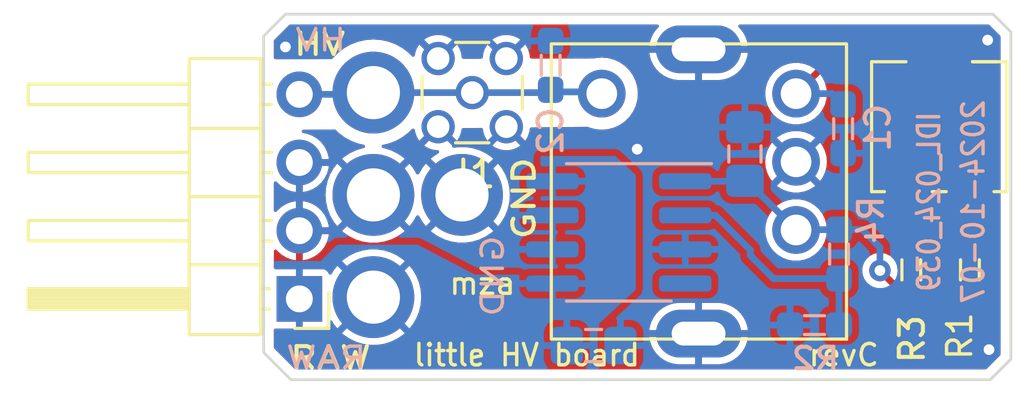
<source format=kicad_pcb>
(kicad_pcb (version 20240108) (generator "pcbnew") (generator_version "8.0")
  (layers (0 "F.Cu" signal) (31 "B.Cu" signal) (34 "B.Paste" user) (35 "F.Paste" user) (36 "B.SilkS" user "B.Silkscreen") (37 "F.SilkS" user "F.Silkscreen") (38 "B.Mask" user) (39 "F.Mask" user) (44 "Edge.Cuts" user))
  (net 0 "")
  (net 1 "Net-(R1-Pad1)")
  (net 2 "Net-(R3-Pad2)")
  (net 3 "GND")
  (net 4 "/HV")
  (net 5 "+REG")
  (net 6 "+RAW")
  (net 7 "Net-(U1-adj)")
  (net 9 "Net-(reg1-SENSE{slash}adj)")
  (footprint "kicad-mza:TestPoint_16AWG" (layer "F.Cu") (at 210.185 142.875 180)
    (property "Reference" "TP2" (hide yes))
    (property "Value" "GND" (at -2.3114 -0.127 -90) (layer "F.SilkS") (effects (font (size 0.8 1))))
    (pad "1" thru_hole circle (at 0 0 180) (size 3.048 3.048) (drill 1.9812) (layers "*.Cu" "*.Mask") (net 3 "GND"))
  )
  (footprint "Potentiometer_SMD:Potentiometer_Bourns_3224G_Horizontal" (layer "F.Cu") (at 227.965 140.335 -90)
    (property "Reference" "Radj2" (hide yes))
    (property "Value" "1k")
    (fp_line (start -2.42 2.52) (end 2.42 2.52) (stroke (width 0.12)) (layer "F.SilkS"))
    (fp_line (start 2.42 2.04) (end 2.42 2.52) (stroke (width 0.12)) (layer "F.SilkS"))
    (fp_line (start -2.42 1.24) (end -2.42 2.52) (stroke (width 0.12)) (layer "F.SilkS"))
    (fp_line (start 2.42 -0.26) (end 2.42 0.26) (stroke (width 0.12)) (layer "F.SilkS"))
    (fp_line (start -2.42 -2.14) (end -2.42 -1.24) (stroke (width 0.12)) (layer "F.SilkS"))
    (fp_line (start -2.42 -2.14) (end -2.42 -1.24) (stroke (width 0.12)) (layer "F.SilkS"))
    (fp_line (start -2.42 -2.14) (end -2.42 -2.14) (stroke (width 0.12)) (layer "F.SilkS"))
    (fp_line (start -2.42 -2.52) (end -2.42 -1.24) (stroke (width 0.12)) (layer "F.SilkS"))
    (fp_line (start -2.42 -2.52) (end 2.42 -2.52) (stroke (width 0.12)) (layer "F.SilkS"))
    (fp_line (start 2.42 -2.52) (end 2.42 -2.04) (stroke (width 0.12)) (layer "F.SilkS"))
    (pad "1" smd rect (at 2.6 -1.15 270) (size 1.3 1.3) (layers "F.Cu" "F.Paste" "F.Mask") (net 1 "Net-(R1-Pad1)"))
    (pad "2" smd rect (at -2.6 0 270) (size 1.3 2) (layers "F.Cu" "F.Paste" "F.Mask") (net 7 "Net-(U1-adj)"))
    (pad "3" smd rect (at 2.6 1.15 270) (size 1.3 1.3) (layers "F.Cu" "F.Paste" "F.Mask") (net 2 "Net-(R3-Pad2)"))
  )
  (footprint "kicad-mza:TestPoint_16AWG" (layer "F.Cu") (at 206.883 139.065 180)
    (property "Reference" "TP4" (hide yes))
    (property "Value" "HV" (at 2.0066 1.8034 180) (layer "F.SilkS") (effects (font (size 0.8 1))))
    (pad "1" thru_hole circle (at 0 0 180) (size 3.048 3.048) (drill 1.9812) (layers "*.Cu" "*.Mask") (net 4 "/HV"))
  )
  (footprint "kicad-mza:0603" (layer "F.Cu") (at 229.108 145.669 -90)
    (property "Reference" "R1" (at 3.429 0.381 90) (layer "F.SilkS") (effects (font (size 0.9 0.9) (thickness 0.127)) (justify left)))
    (property "Value" "14k")
    (fp_line (start -0.375 0.35) (end 0.375 0.35) (stroke (width 0.12)) (layer "F.SilkS"))
    (fp_line (start -0.375 -0.35) (end 0.375 -0.35) (stroke (width 0.12)) (layer "F.SilkS"))
    (pad "1" smd roundrect (at -0.9125 0 270) (size 0.975 0.95) (layers "F.Cu" "F.Paste" "F.Mask") (net 1 "Net-(R1-Pad1)"))
    (pad "2" smd roundrect (at 0.9125 0 270) (size 0.975 0.95) (layers "F.Cu" "F.Paste" "F.Mask") (net 3 "GND"))
  )
  (footprint "kicad-mza:MMCX_Molex_73415-1471_Vertical" (layer "F.Cu") (at 210.566 139.065 180)
    (property "Reference" "J1" (at 0 -3.0368 0) (layer "F.SilkS"))
    (property "Value" "Conn_Coaxial" (hide yes))
    (fp_line (start 1.87 0.62) (end 1.87 -0.62) (stroke (width 0.12)) (layer "F.SilkS"))
    (fp_line (start 0.62 1.87) (end -0.62 1.87) (stroke (width 0.12)) (layer "F.SilkS"))
    (fp_line (start 0.62 -1.87) (end -0.62 -1.87) (stroke (width 0.12)) (layer "F.SilkS"))
    (fp_line (start -1.87 0.62) (end -1.87 -0.62) (stroke (width 0.12)) (layer "F.SilkS"))
    (pad "1" thru_hole circle (at 0 0 180) (size 1.24 1.24) (drill 0.84) (layers "*.Cu" "*.Mask") (net 4 "/HV"))
    (pad "2" thru_hole circle (at -1.27 -1.27 180) (size 1.24 1.24) (drill 0.84) (layers "*.Cu" "*.Mask") (net 3 "GND"))
    (pad "2" thru_hole circle (at -1.27 1.27 180) (size 1.24 1.24) (drill 0.84) (layers "*.Cu" "*.Mask") (net 3 "GND"))
    (pad "2" thru_hole circle (at 1.27 -1.27 180) (size 1.24 1.24) (drill 0.84) (layers "*.Cu" "*.Mask") (net 3 "GND"))
    (pad "2" thru_hole circle (at 1.27 1.27 180) (size 1.24 1.24) (drill 0.84) (layers "*.Cu" "*.Mask") (net 3 "GND"))
  )
  (footprint "kicad-mza:PinHeader_1x04_P2.54mm_Horizontal" (layer "F.Cu") (at 204.125 146.75 180)
    (property "Reference" "inout1" (hide yes))
    (property "Value" "Conn_01x04_Male")
    (fp_line (start 10.1 8) (end 4.1 8) (stroke (width 0.12)) (layer "F.SilkS"))
    (fp_line (start 10.1 7.24) (end 10.1 8) (stroke (width 0.12)) (layer "F.SilkS"))
    (fp_line (start 10.1 5.46) (end 4.1 5.46) (stroke (width 0.12)) (layer "F.SilkS"))
    (fp_line (start 10.1 4.7) (end 10.1 5.46) (stroke (width 0.12)) (layer "F.SilkS"))
    (fp_line (start 10.1 2.92) (end 4.1 2.92) (stroke (width 0.12)) (layer "F.SilkS"))
    (fp_line (start 10.1 2.16) (end 10.1 2.92) (stroke (width 0.12)) (layer "F.SilkS"))
    (fp_line (start 10.1 0.38) (end 4.1 0.38) (stroke (width 0.12)) (layer "F.SilkS"))
    (fp_line (start 10.1 -0.38) (end 10.1 0.38) (stroke (width 0.12)) (layer "F.SilkS"))
    (fp_line (start 4.1 8.95) (end 4.1 -1.33) (stroke (width 0.12)) (layer "F.SilkS"))
    (fp_line (start 4.1 7.24) (end 10.1 7.24) (stroke (width 0.12)) (layer "F.SilkS"))
    (fp_line (start 4.1 4.7) (end 10.1 4.7) (stroke (width 0.12)) (layer "F.SilkS"))
    (fp_line (start 4.1 2.16) (end 10.1 2.16) (stroke (width 0.12)) (layer "F.SilkS"))
    (fp_line (start 4.1 0.28) (end 10.1 0.28) (stroke (width 0.12)) (layer "F.SilkS"))
    (fp_line (start 4.1 0.16) (end 10.1 0.16) (stroke (width 0.12)) (layer "F.SilkS"))
    (fp_line (start 4.1 0.04) (end 10.1 0.04) (stroke (width 0.12)) (layer "F.SilkS"))
    (fp_line (start 4.1 -0.08) (end 10.1 -0.08) (stroke (width 0.12)) (layer "F.SilkS"))
    (fp_line (start 4.1 -0.2) (end 10.1 -0.2) (stroke (width 0.12)) (layer "F.SilkS"))
    (fp_line (start 4.1 -0.32) (end 10.1 -0.32) (stroke (width 0.12)) (layer "F.SilkS"))
    (fp_line (start 4.1 -0.38) (end 10.1 -0.38) (stroke (width 0.12)) (layer "F.SilkS"))
    (fp_line (start 4.1 -1.33) (end 1.44 -1.33) (stroke (width 0.12)) (layer "F.SilkS"))
    (fp_line (start 1.44 8.95) (end 4.1 8.95) (stroke (width 0.12)) (layer "F.SilkS"))
    (fp_line (start 1.44 6.35) (end 4.1 6.35) (stroke (width 0.12)) (layer "F.SilkS"))
    (fp_line (start 1.44 3.81) (end 4.1 3.81) (stroke (width 0.12)) (layer "F.SilkS"))
    (fp_line (start 1.44 1.27) (end 4.1 1.27) (stroke (width 0.12)) (layer "F.SilkS"))
    (fp_line (start 1.44 -1.33) (end 1.44 8.95) (stroke (width 0.12)) (layer "F.SilkS"))
    (fp_line (start 1.11 0.38) (end 1.44 0.38) (stroke (width 0.12)) (layer "F.SilkS"))
    (fp_line (start 1.11 -0.38) (end 1.44 -0.38) (stroke (width 0.12)) (layer "F.SilkS"))
    (fp_line (start 1.042929 8) (end 1.44 8) (stroke (width 0.12)) (layer "F.SilkS"))
    (fp_line (start 1.042929 7.24) (end 1.44 7.24) (stroke (width 0.12)) (layer "F.SilkS"))
    (fp_line (start 1.042929 5.46) (end 1.44 5.46) (stroke (width 0.12)) (layer "F.SilkS"))
    (fp_line (start 1.042929 4.7) (end 1.44 4.7) (stroke (width 0.12)) (layer "F.SilkS"))
    (fp_line (start 1.042929 2.92) (end 1.44 2.92) (stroke (width 0.12)) (layer "F.SilkS"))
    (fp_line (start 1.042929 2.16) (end 1.44 2.16) (stroke (width 0.12)) (layer "F.SilkS"))
    (fp_line (start -1.1 0.235) (end -1.1 -1.035) (stroke (width 0.12)) (layer "F.SilkS"))
    (fp_line (start -1.1 -1.1) (end 0.17 -1.1) (stroke (width 0.12)) (layer "F.SilkS"))
    (pad "1" thru_hole rect (at 0 0 180) (size 1.7 1.7) (drill 1) (layers "*.Cu" "*.Mask") (net 6 "+RAW"))
    (pad "2" thru_hole oval (at 0 2.54 180) (size 1.7 1.7) (drill 1) (layers "*.Cu" "*.Mask") (net 3 "GND"))
    (pad "3" thru_hole oval (at 0 5.08 180) (size 1.7 1.7) (drill 1) (layers "*.Cu" "*.Mask") (net 3 "GND"))
    (pad "4" thru_hole oval (at 0 7.62 180) (size 1.7 1.7) (drill 1) (layers "*.Cu" "*.Mask") (net 4 "/HV"))
  )
  (footprint "kicad-mza:TestPoint_16AWG" (layer "F.Cu") (at 206.883 146.685 180)
    (property "Reference" "TP1" (hide yes))
    (property "Value" "RAW" (at 1.6002 -2.2606 180) (layer "F.SilkS") (effects (font (size 0.8 1))))
    (pad "1" thru_hole circle (at 0 0 180) (size 3.048 3.048) (drill 1.9812) (layers "*.Cu" "*.Mask") (net 6 "+RAW"))
  )
  (footprint "kicad-mza:ultravolt-xs" (layer "F.Cu") (at 222.631 144.1831 180)
    (property "Reference" "U1" (hide yes))
    (property "Value" "ultravolt-xs" (hide yes))
    (fp_rect (start -1.8796 -4.064) (end 9.1186 6.9342) (stroke (width 0.12)) (fill none) (layer "F.SilkS"))
    (pad "1" thru_hole circle (at 0 0 180) (size 1.778 1.778) (drill 1.143) (layers "*.Cu" "*.Mask") (net 5 "+REG"))
    (pad "2" thru_hole circle (at 0 2.54 180) (size 1.778 1.778) (drill 1.143) (layers "*.Cu" "*.Mask") (net 3 "GND"))
    (pad "3" thru_hole circle (at 0 5.08 180) (size 1.778 1.778) (drill 1.143) (layers "*.Cu" "*.Mask") (net 7 "Net-(U1-adj)"))
    (pad "4" thru_hole circle (at 7.239 5.08 180) (size 1.778 1.778) (drill 1.143) (layers "*.Cu" "*.Mask") (net 4 "/HV"))
    (pad "5" thru_hole oval (at 3.6322 -3.8608 180) (size 3.175 1.778) (drill oval 2.0066 0.889) (layers "*.Cu" "*.Mask") (net 3 "GND"))
    (pad "6" thru_hole oval (at 3.6322 6.731 180) (size 3.175 1.778) (drill oval 2.0066 0.889) (layers "*.Cu" "*.Mask") (net 3 "GND"))
  )
  (footprint "kicad-mza:TestPoint_16AWG" (layer "F.Cu") (at 206.883 142.875 180)
    (property "Reference" "TP3" (hide yes))
    (property "Value" "GND")
    (pad "1" thru_hole circle (at 0 0 180) (size 3.048 3.048) (drill 1.9812) (layers "*.Cu" "*.Mask") (net 3 "GND"))
  )
  (footprint "kicad-mza:0603" (layer "F.Cu") (at 226.9236 145.669 90)
    (property "Reference" "R3" (at -3.556 0.0254 -90) (layer "F.SilkS") (effects (font (size 0.9 0.9)) (justify left)))
    (property "Value" "25k")
    (fp_line (start -0.375 -0.35) (end 0.375 -0.35) (stroke (width 0.12)) (layer "F.SilkS"))
    (fp_line (start -0.375 0.35) (end 0.375 0.35) (stroke (width 0.12)) (layer "F.SilkS"))
    (pad "1" smd roundrect (at -0.9125 0 90) (size 0.975 0.95) (layers "F.Cu" "F.Paste" "F.Mask") (net 5 "+REG"))
    (pad "2" smd roundrect (at 0.9125 0 90) (size 0.975 0.95) (layers "F.Cu" "F.Paste" "F.Mask") (net 2 "Net-(R3-Pad2)"))
  )
  (footprint "kicad-mza:0805" (layer "B.Cu") (at 220.726 141.351 90)
    (property "Reference" "C4" (hide yes))
    (property "Value" "15uF" (hide yes))
    (fp_line (start 0.3 -0.6) (end -0.3 -0.6) (stroke (width 0.12)) (layer "B.SilkS"))
    (fp_line (start 0.3 0.6) (end -0.302064 0.6) (stroke (width 0.12)) (layer "B.SilkS"))
    (pad "1" smd roundrect (at -1 0 90) (size 1.2 1.4) (layers "B.Cu" "B.Paste" "B.Mask") (roundrect_rratio 0.208333) (net 5 "+REG"))
    (pad "2" smd roundrect (at 1 0 90) (size 1.2 1.4) (layers "B.Cu" "B.Paste" "B.Mask") (roundrect_rratio 0.208333) (net 3 "GND"))
  )
  (footprint "kicad-mza:SOIC-8_3.9x4.9mm_P1.27mm" (layer "B.Cu") (at 216.027 144.272 180)
    (property "Reference" "reg1" (hide yes))
    (property "Value" "LT1963AES8")
    (fp_line (start 1.95 2.56) (end 0 2.56) (stroke (width 0.12)) (layer "B.SilkS"))
    (fp_line (start 1.95 -2.56) (end 0 -2.56) (stroke (width 0.12)) (layer "B.SilkS"))
    (fp_line (start -1.95 -2.56) (end 0 -2.56) (stroke (width 0.12)) (layer "B.SilkS"))
    (fp_line (start -3.45 2.56) (end 0 2.56) (stroke (width 0.12)) (layer "B.SilkS"))
    (pad "1" smd roundrect (at -2.475 1.905 180) (size 1.95 0.6) (layers "B.Cu" "B.Paste" "B.Mask") (net 5 "+REG"))
    (pad "2" smd roundrect (at -2.475 0.635 180) (size 1.95 0.6) (layers "B.Cu" "B.Paste" "B.Mask") (net 9 "Net-(reg1-SENSE{slash}adj)"))
    (pad "3" smd roundrect (at -2.475 -0.635 180) (size 1.95 0.6) (layers "B.Cu" "B.Paste" "B.Mask") (net 3 "GND"))
    (pad "4" smd roundrect (at -2.475 -1.905 180) (size 1.95 0.6) (layers "B.Cu" "B.Paste" "B.Mask"))
    (pad "5" smd roundrect (at 2.475 -1.905 180) (size 1.95 0.6) (layers "B.Cu" "B.Paste" "B.Mask") (net 6 "+RAW"))
    (pad "6" smd roundrect (at 2.475 -0.635 180) (size 1.95 0.6) (layers "B.Cu" "B.Paste" "B.Mask") (net 3 "GND"))
    (pad "7" smd roundrect (at 2.475 0.635 180) (size 1.95 0.6) (layers "B.Cu" "B.Paste" "B.Mask") (net 3 "GND"))
    (pad "8" smd roundrect (at 2.475 1.905 180) (size 1.95 0.6) (layers "B.Cu" "B.Paste" "B.Mask") (net 6 "+RAW"))
  )
  (footprint "kicad-mza:0603" (layer "B.Cu") (at 223.3168 147.7264 180)
    (property "Reference" "R2" (at 0.9398 -1.2446 0) (layer "B.SilkS") (effects (font (size 0.8 0.9)) (justify right mirror)))
    (property "Value" "1k")
    (fp_line (start 0.375 0.35) (end -0.375 0.35) (stroke (width 0.12)) (layer "B.SilkS"))
    (fp_line (start 0.375 -0.35) (end -0.375 -0.35) (stroke (width 0.12)) (layer "B.SilkS"))
    (pad "1" smd roundrect (at -0.9125 0 180) (size 0.975 0.95) (layers "B.Cu" "B.Paste" "B.Mask") (net 9 "Net-(reg1-SENSE{slash}adj)"))
    (pad "2" smd roundrect (at 0.9125 0 180) (size 0.975 0.95) (layers "B.Cu" "B.Paste" "B.Mask") (net 3 "GND"))
  )
  (footprint "kicad-mza:0603" (layer "B.Cu") (at 224.3836 140.4112 -90)
    (property "Reference" "C1" (at 0.9398 -1.2954 90) (layer "B.SilkS") (effects (font (size 0.9 0.9)) (justify right mirror)))
    (property "Value" "100nF")
    (fp_line (start 0.375 0.35) (end -0.375 0.35) (stroke (width 0.12)) (layer "B.SilkS"))
    (fp_line (start 0.375 -0.35) (end -0.375 -0.35) (stroke (width 0.12)) (layer "B.SilkS"))
    (pad "1" smd roundrect (at -0.9125 0 270) (size 0.975 0.95) (layers "B.Cu" "B.Paste" "B.Mask") (net 7 "Net-(U1-adj)"))
    (pad "2" smd roundrect (at 0.9125 0 270) (size 0.975 0.95) (layers "B.Cu" "B.Paste" "B.Mask") (net 3 "GND"))
  )
  (footprint "kicad-mza:0603" (layer "B.Cu") (at 213.487 138.049 90)
    (property "Reference" "C2" (at -3.429 0 -90) (layer "B.SilkS") (effects (font (size 0.9 0.9)) (justify right mirror)))
    (property "Value" "220pF")
    (fp_line (start 0.375 -0.35) (end -0.375 -0.35) (stroke (width 0.12)) (layer "B.SilkS"))
    (fp_line (start 0.375 0.35) (end -0.375 0.35) (stroke (width 0.12)) (layer "B.SilkS"))
    (pad "1" smd roundrect (at -0.9125 0 90) (size 0.975 0.95) (layers "B.Cu" "B.Paste" "B.Mask") (net 4 "/HV"))
    (pad "2" smd roundrect (at 0.9125 0 90) (size 0.975 0.95) (layers "B.Cu" "B.Paste" "B.Mask") (net 3 "GND"))
  )
  (footprint "kicad-mza:0805" (layer "B.Cu") (at 215.0872 148.4884)
    (property "Reference" "C3" (hide yes))
    (property "Value" "15uF" (hide yes))
    (fp_line (start 0.3 -0.6) (end -0.3 -0.6) (stroke (width 0.12)) (layer "B.SilkS"))
    (fp_line (start 0.3 0.6) (end -0.302064 0.6) (stroke (width 0.12)) (layer "B.SilkS"))
    (pad "1" smd roundrect (at -1 0) (size 1.2 1.4) (layers "B.Cu" "B.Paste" "B.Mask") (roundrect_rratio 0.208333) (net 6 "+RAW"))
    (pad "2" smd roundrect (at 1 0) (size 1.2 1.4) (layers "B.Cu" "B.Paste" "B.Mask") (roundrect_rratio 0.208333) (net 3 "GND"))
  )
  (footprint "kicad-mza:0603" (layer "B.Cu") (at 224.2312 145.0829 -90)
    (property "Reference" "R4" (at -0.3029 -1.1938 90) (layer "B.SilkS") (effects (font (size 0.9 0.9)) (justify right mirror)))
    (property "Value" "3.1k")
    (fp_line (start 0.375 0.35) (end -0.375 0.35) (stroke (width 0.12)) (layer "B.SilkS"))
    (fp_line (start 0.375 -0.35) (end -0.375 -0.35) (stroke (width 0.12)) (layer "B.SilkS"))
    (pad "1" smd roundrect (at -0.9125 0 270) (size 0.975 0.95) (layers "B.Cu" "B.Paste" "B.Mask") (net 5 "+REG"))
    (pad "2" smd roundrect (at 0.9125 0 270) (size 0.975 0.95) (layers "B.Cu" "B.Paste" "B.Mask") (net 9 "Net-(reg1-SENSE{slash}adj)"))
  )
  (gr_poly (pts (xy 230.632 136.8044) (xy 230.632 148.9964) (xy 229.87 149.7584) (xy 203.8096 149.7584) (xy 202.7936 148.7424) (xy 202.7936 136.9568) (xy 203.6064 136.144) (xy 229.9716 136.144)) (stroke (width 0.1)) (fill none) (layer "Edge.Cuts"))
  (gr_text "GND" (at 211.328 145.8976 90) (layer "B.SilkS") (effects (font (size 0.8 1) (thickness 0.127)) (justify mirror)))
  (gr_text "2024-10-07" (at 229.235 143.129 90) (layer "B.SilkS") (effects (font (size 0.8 0.75) (thickness 0.127)) (justify mirror)))
  (gr_text "RAW" (at 205.1304 148.9456 0) (layer "B.SilkS") (effects (font (size 0.8 1) (thickness 0.127)) (justify mirror)))
  (gr_text "HV" (at 204.9272 137.1092 0) (layer "B.SilkS") (effects (font (size 0.8 1) (thickness 0.127)) (justify mirror)))
  (gr_text "IDL_024_039" (at 227.584 143.129 90) (layer "B.SilkS") (effects (font (size 0.8 0.7) (thickness 0.127)) (justify mirror)))
  (gr_text "revC" (at 224.409 148.844 0) (layer "F.SilkS") (effects (font (size 0.8 0.8) (thickness 0.127))))
  (gr_text "mza" (at 210.947 146.177 0) (layer "F.SilkS") (effects (font (size 0.8 0.8) (thickness 0.127))))
  (gr_text "little HV board" (at 212.598 148.844 0) (layer "F.SilkS") (effects (font (size 0.8 0.75) (thickness 0.127))))
  (segment (start 229.115 142.935) (end 229.115 144.7495) (width 0.25) (layer "F.Cu") (net 1))
  (segment (start 229.115 144.7495) (end 229.108 144.7565) (width 0.25) (layer "F.Cu") (net 1))
  (segment (start 226.9236 143.0436) (end 226.815 142.935) (width 0.25) (layer "F.Cu") (net 2))
  (segment (start 226.9236 144.7565) (end 226.9236 143.0436) (width 0.25) (layer "F.Cu") (net 2))
  (via (at 203.6064 137.3632) (size 0.8) (drill 0.4) (layers "F.Cu" "B.Cu") (net 3))
  (via (at 216.7128 141.1732) (size 0.8) (drill 0.4) (layers "F.Cu" "B.Cu") (net 3))
  (via (at 229.7684 137.1092) (size 0.8) (drill 0.4) (layers "F.Cu" "B.Cu") (net 3))
  (via (at 229.8192 148.6408) (size 0.8) (drill 0.4) (layers "F.Cu" "B.Cu") (net 3))
  (segment (start 206.818 139.13) (end 206.883 139.065) (width 0.25) (layer "B.Cu") (net 4))
  (segment (start 204.125 139.13) (end 206.818 139.13) (width 0.25) (layer "B.Cu") (net 4))
  (segment (start 210.566 139.065) (end 206.883 139.065) (width 0.25) (layer "B.Cu") (net 4))
  (segment (start 213.5632 139.0385) (end 215.3274 139.0385) (width 0.25) (layer "B.Cu") (net 4))
  (segment (start 213.5367 139.065) (end 210.566 139.065) (width 0.25) (layer "B.Cu") (net 4))
  (segment (start 213.5632 139.0385) (end 213.5367 139.065) (width 0.25) (layer "B.Cu") (net 4))
  (segment (start 215.3274 139.0385) (end 215.392 139.1031) (width 0.25) (layer "B.Cu") (net 4))
  (segment (start 225.7552 145.6944) (end 226.6423 146.5815) (width 0.25) (layer "F.Cu") (net 5))
  (segment (start 226.6423 146.5815) (end 226.9236 146.5815) (width 0.25) (layer "F.Cu") (net 5))
  (via (at 225.7552 145.6944) (size 0.8) (drill 0.4) (layers "F.Cu" "B.Cu") (net 5))
  (segment (start 225.7552 144.8308) (end 225.7552 145.6944) (width 0.25) (layer "B.Cu") (net 5))
  (segment (start 225.0948 144.1704) (end 225.7552 144.8308) (width 0.25) (layer "B.Cu") (net 5))
  (segment (start 220.726 142.351) (end 220.7989 142.351) (width 0.25) (layer "B.Cu") (net 5))
  (segment (start 220.71 142.367) (end 220.726 142.351) (width 0.25) (layer "B.Cu") (net 5))
  (segment (start 222.6437 144.1704) (end 222.631 144.1831) (width 0.25) (layer "B.Cu") (net 5))
  (segment (start 220.7989 142.351) (end 222.631 144.1831) (width 0.25) (layer "B.Cu") (net 5))
  (segment (start 224.2312 144.1704) (end 222.6437 144.1704) (width 0.25) (layer "B.Cu") (net 5))
  (segment (start 218.502 142.367) (end 220.71 142.367) (width 0.25) (layer "B.Cu") (net 5))
  (segment (start 224.2312 144.1704) (end 225.0948 144.1704) (width 0.25) (layer "B.Cu") (net 5))
  (segment (start 223.9991 137.735) (end 222.631 139.1031) (width 0.25) (layer "F.Cu") (net 7))
  (segment (start 227.965 137.735) (end 223.9991 137.735) (width 0.25) (layer "F.Cu") (net 7))
  (segment (start 224.3836 139.5487) (end 224.3836 139.5222) (width 0.25) (layer "B.Cu") (net 7))
  (segment (start 224.3836 139.5222) (end 223.9645 139.1031) (width 0.25) (layer "B.Cu") (net 7))
  (segment (start 223.9645 139.1031) (end 222.631 139.1031) (width 0.25) (layer "B.Cu") (net 7))
  (segment (start 219.6338 143.637) (end 218.502 143.637) (width 0.25) (layer "B.Cu") (net 9))
  (segment (start 221.789 145.9954) (end 220.9292 145.1356) (width 0.25) (layer "B.Cu") (net 9))
  (segment (start 220.9292 145.1356) (end 220.9292 144.9324) (width 0.25) (layer "B.Cu") (net 9))
  (segment (start 224.2312 145.9954) (end 224.2312 147.7245) (width 0.25) (layer "B.Cu") (net 9))
  (segment (start 220.9292 144.9324) (end 219.6338 143.637) (width 0.25) (layer "B.Cu") (net 9))
  (segment (start 224.2312 145.9954) (end 221.789 145.9954) (width 0.25) (layer "B.Cu") (net 9))
  (zone (net 3) (net_name "GND") (layers "F&B.Cu") (connect_pads (clearance 0.254)) (min_thickness 0.127) (fill yes (thermal_gap 0.254) (thermal_bridge_width 0.254))
    (polygon (pts (xy 231.14 150.4188) (xy 201.9808 150.4188) (xy 201.9808 135.636) (xy 231.14 135.636)))
  )
  (zone (net 0) (net_name "") (layers "F&B.Cu") (connect_pads (clearance 0)) (min_thickness 0.127)
    (keepout (tracks allowed) (vias allowed) (pads allowed) (copperpour not_allowed) (footprints allowed))
    (fill (thermal_gap 0.254) (thermal_bridge_width 0.254))
    (polygon (pts (xy 215.3412 140.335) (xy 203.0476 140.462) (xy 203.0984 137.8204) (xy 215.3412 137.795)))
  )
  (zone (net 6) (net_name "+RAW") (layer "B.Cu") (priority 5) (connect_pads (clearance 0.254)) (min_thickness 0.127) (fill yes (thermal_gap 0.254) (thermal_bridge_width 0.254))
    (polygon (pts (xy 215.9 141.4272) (xy 216.662 142.1384) (xy 216.662 146.4056) (xy 215.290404 147.676162) (xy 215.303678 150.076022) (xy 202.384479 150.056868) (xy 202.3872 145.3388) (xy 204.9272 145.3388) (xy 205.5368 144.7292) (xy 208.534 144.7292) (xy 210.6676 145.8468) (xy 214.0204 145.8468) (xy 214.0204 143.1544) (xy 213.106 143.1544) (xy 213.106 141.4272)))
  )
)
</source>
